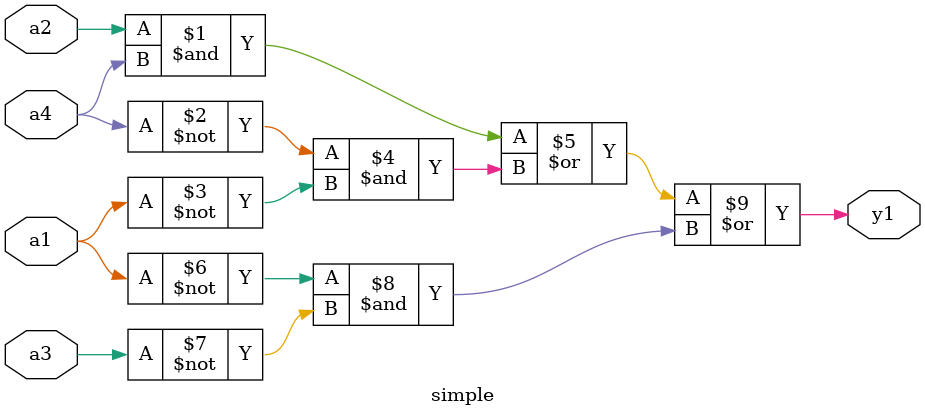
<source format=sv>
module simple (a1, a2, a3, a4, y1); 
input a1, a2, a3, a4;
output y1;
assign y1 = a2 & a4 | ~a4 & ~a1 | ~a1 & ~a3;
endmodule
</source>
